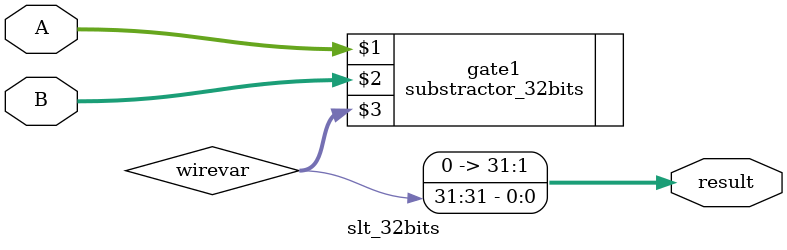
<source format=v>
module slt_32bits (input [31:0] A, input [31:0] B, output [31:0] result);

wire [31:0] wirevar;

	// generation variable to prevent repetition
	genvar i;
	// for loop for and1
	generate 
		for (i=1; i<32; i = i+1) begin: mynotgate
			not notgate(result[i], 1'b1);
		end
	endgenerate

	substractor_32bits gate1(A, B, wirevar);
	or (result[0], wirevar[31], 1'b0);

endmodule
</source>
